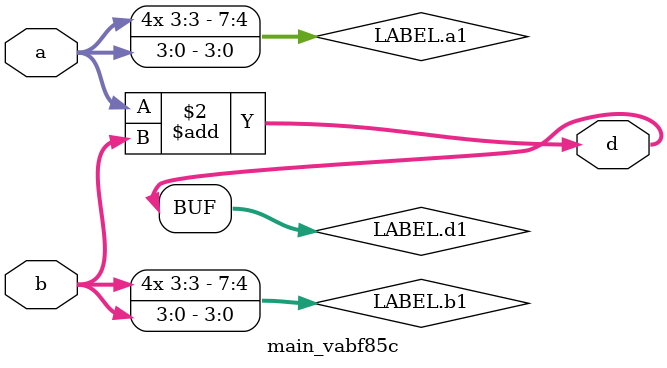
<source format=v>

`default_nettype none

module main #(
 parameter v0fe8ab = 3,
 parameter v823f1c = -5
) (
 input vclk,
 output [7:0] v6aceff,
 output vc852b0
);
 localparam p2 = v823f1c;
 localparam p3 = v0fe8ab;
 wire [0:3] w0;
 wire [0:3] w1;
 wire [0:7] w4;
 wire w5;
 wire [0:7] w6;
 wire w7;
 wire w8;
 wire w9;
 assign v6aceff = w4;
 assign vc852b0 = w7;
 assign w8 = vclk;
 assign w9 = vclk;
 assign w6 = w4;
 assign w9 = w8;
 v656d05 #(
  .vb061d7(p3)
 ) v219712 (
  .vda9708(w1)
 );
 v656d05 #(
  .vb061d7(p2)
 ) vc43618 (
  .vda9708(w0)
 );
 main_vabf85c vabf85c (
  .b(w0),
  .a(w1),
  .d(w4)
 );
 va9a5bc v867362 (
  .v2a8434(w5),
  .vac0eb2(w8)
 );
 vc6459c v62e88c (
  .v05e99b(w5),
  .v19b8dd(w6),
  .v8caaa5(w7),
  .ve9a78f(w9)
 );
endmodule

/*-------------------------------------------------*/
/*--   */
/*-- - - - - - - - - - - - - - - - - - - - - - - --*/
/*-- 
/*-------------------------------------------------*/
//---- Top entity
module v656d05 #(
 parameter vb061d7 = 0
) (
 output [3:0] vda9708
);
 localparam p0 = vb061d7;
 wire [0:3] w1;
 assign vda9708 = w1;
 v656d05_v49c8a7 #(
  .n(p0)
 ) v49c8a7 (
  .num(w1)
 );
endmodule

/*-------------------------------------------------*/
/*-- 4 bits constante  */
/*-- - - - - - - - - - - - - - - - - - - - - - - --*/
/*-- Constante 4 bits
/*-------------------------------------------------*/

module v656d05_v49c8a7 #(
 parameter n = 0
) (
 output [3:0] num
);
 
 assign num=n;
endmodule
//---- Top entity
module va9a5bc #(
 parameter vfb06ae = 1
) (
 input vac0eb2,
 output v2a8434
);
 localparam p2 = vfb06ae;
 wire w0;
 wire w1;
 assign v2a8434 = w0;
 assign w1 = vac0eb2;
 va9a5bc_v6cac2f #(
  .SEC(p2)
 ) v6cac2f (
  .o(w0),
  .clk(w1)
 );
endmodule

/*-------------------------------------------------*/
/*-- Corazon-tic-Sec  */
/*-- - - - - - - - - - - - - - - - - - - - - - - --*/
/*-- Corazón de bombeo de tics a con periodo paramétrico de segundos
/*-------------------------------------------------*/

module va9a5bc_v6cac2f #(
 parameter SEC = 0
) (
 input clk,
 output o
);
 //localparam SEC;
 
 //-- Constante para dividir y obtener una frecuencia de 1Hz
 localparam M = 12000000*SEC;
 
 //-- Calcular el numero de bits para almacenar M
 localparam N = $clog2(M);
 
 //-- Cable de reset para el contador
 wire reset;
 
 //-- Registro del divisor
 reg [N-1:0] divcounter;
 
 
 //-- Contador con reset
 always @(posedge clk)
   if (reset)
     divcounter <= 0;
   else
     divcounter <= divcounter + 1;
 
 //-- Comparador que resetea el contador cuando se alcanza el tope
 assign reset = (divcounter == M-1);
 
 //-- La salida es la señal de overflow
 assign o = reset;
 
 
 
 
endmodule
//---- Top entity
module vc6459c #(
 parameter ved2ada = 115200
) (
 input ve9a78f,
 input [7:0] v19b8dd,
 input v05e99b,
 output v8caaa5,
 output v2da441,
 output v01321e
);
 localparam p1 = ved2ada;
 wire w0;
 wire w2;
 wire [0:7] w3;
 wire w4;
 wire w5;
 wire w6;
 assign v8caaa5 = w0;
 assign w2 = ve9a78f;
 assign w3 = v19b8dd;
 assign w4 = v05e99b;
 assign v2da441 = w5;
 assign v01321e = w6;
 vc6459c_vedebcc #(
  .BAUD(p1)
 ) vedebcc (
  .TX(w0),
  .clk(w2),
  .data(w3),
  .txmit(w4),
  .busy(w5),
  .done(w6)
 );
endmodule

/*-------------------------------------------------*/
/*-- Serial-tx  */
/*-- - - - - - - - - - - - - - - - - - - - - - - --*/
/*-- Transmisor serie
/*-------------------------------------------------*/

module vc6459c_vedebcc #(
 parameter BAUD = 0
) (
 input clk,
 input [7:0] data,
 input txmit,
 output TX,
 output busy,
 output done
);
 //-- Constantes para obtener las velocidades estándares
 `define B115200 104 
 `define B57600  208
 `define B38400  313
 `define B19200  625
 `define B9600   1250
 `define B4800   2500
 `define B2400   5000
 `define B1200   10000
 `define B600    20000
 `define B300    40000
 
 //-- Constante para calcular los baudios
 localparam BAUDRATE = (BAUD==115200) ? `B115200 : //-- OK
                       (BAUD==57600)  ? `B57600  : //-- OK
                       (BAUD==38400)  ? `B38400  : //-- Ok
                       (BAUD==19200)  ? `B19200  : //-- OK
                       (BAUD==9600)   ? `B9600   : //-- OK
                       (BAUD==4800)   ? `B4800   : //-- OK 
                       (BAUD==2400)   ? `B2400   : //-- OK
                       (BAUD==1200)   ? `B1200   : //-- OK
                       (BAUD==600)    ? `B600    : //-- OK
                       (BAUD==300)    ? `B300    : //-- OK
                       `B115200 ;  //-- Por defecto 115200 baudios
 
 
 //---- GENERADOR DE BAUDIOS
 
 //-- Calcular el numero dde bits para almacenar el divisor
 localparam N = $clog2(BAUDRATE);
 
 //-- Contador para implementar el divisor
 //-- Es un contador modulo BAUDRATE
 reg [N-1:0] divcounter = 0;
 
 //-- Cable de reset para el contador
 //-- Comparador que resetea el contador cuando se alcanza el tope
 //-- o cuando el estado del biestable es 0 (apagado)
 wire reset = ov_gen | (state == 0);
 
 //-- Contador con reset
 always @(posedge clk)
   if (reset)
     divcounter <= 0;
   else
     divcounter <= divcounter + 1;
 
 //-- Hemos llegado al final
 wire ov_gen = (divcounter == BAUDRATE-1);
 
 
 
 //-- REGISTRO DESPLAZAMIENTO
 
 //-- Salida serie. Inicialmete a 1 (reposo) 
 reg TX = 1;
 
 //-- Registro de desplazamiento de 9 bits
 //-- Inicializado todo a 1s
 reg [8:0] q = 9'h1FF;
 
 //-- La entrada de shift es la salida del generador de baudios
 wire shift = ov_gen;
 
 always @(posedge clk)
   if (txmit_tic)
   //-- Carga del registro
     q <= {data, 1'b0};
     
   else if (shift)
     //-- Desplazamiento. Rellenar con 1 (bit de stop)
     q <= {1'b1, q[8:1]};
     
 //-- Sacar el bit de menor peso por serial-out    
 wire so;
 assign so = q[0];
 
 //-- La salida tx la registramos
 always @(posedge clk)
   TX <= so;
   
 //-- La señal de entrada txmit se pasa por un 
 //-- detector de flancos de subida para generar un tic
 reg q_re = 0;
 wire txmit_tic;
 
 always @(posedge clk)
   q_re <= txmit;
   
 assign txmit_tic = (~q_re & txmit);  
 
 
 
 //-- Estado de transmisor
 //-- 0: Parado
 //-- 1: Ocupado (transmitiendo)
 reg state = 0;
   
 always @(posedge clk)
   //-- Empieza la transmision: ocupado
   if (txmit)
     state <= 1'b1;
     
   //-- Acaba la transmision: libre    
   else if (ov)
     state <= 1'b0;
 
 //-- Contador de bits enviados
 reg [3:0] bits = 0;
 always @(posedge clk)
   //-- Si la cuenta ha terminado... volver a 0
   if (ov)
     bits <= 2'b00;
   else
     if (shift)
       bits <= bits + 1;
 
 //-- Comprobar si se ha transmitido el último bit (overflow)
 //-- 1 bit de start + 8 bits de datos + 1 bit de stop
 wire ov = (bits == 10);
 
 //-- La señal de ocupado es el estado del transmisor
 assign busy = state;
 
 //-- La señal de done es la de overflow pero retrasada un
 //-- periodo de reloj del sistema y que el biestable 
 //-- llegue al estado de parado antes de que se 
 //-- empiece otra transmision
 
 reg done=0;
 
 always @(posedge clk)
   done <= ov;
 
endmodule

module main_vabf85c (
 input [3:0] a,
 input [3:0] b,
 output [7:0] d
);
 
 
 reg  [7:0] d;
 wire signed [3:0] a,b; // si quiero que trate con signo debe saberlo
                        // hay qu indicarle q son números con signo (bit3 = signo )
 
 always @(*)
 
 begin:LABEL
 // Un bloque always necesita definir una etiqueta
 // si se realiza una declaracion local ( a1,b1,c1)
 
  reg signed [7:0] a1,b1,d1;  
  
  a1 = a;    // como sabe q a es con signo, esta asignación hace la extensión de signo
  b1 = b;    // a1=0000_0011   b1=1111_1011;  extensión de signo. 
 
  d1 = a+b;  // 0000_0011 + 1111_1011  = 1111_1110 = -2 en Ca2   
  d  = d1;   
                
 
 end
endmodule

</source>
